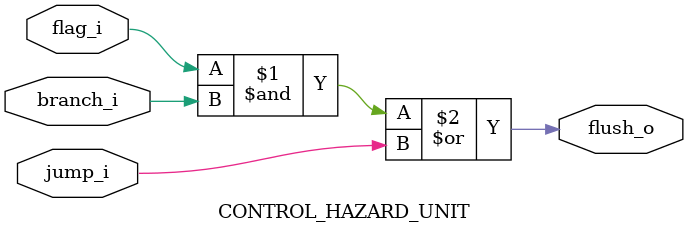
<source format=v>
`include "defines.v"

module CONTROL_HAZARD_UNIT(
	input wire flag_i,
	input wire branch_i,
	input wire jump_i,

	output wire flush_o   // flush if/id and id/ex
);
	assign flush_o = (flag_i & branch_i) | jump_i;
endmodule


</source>
